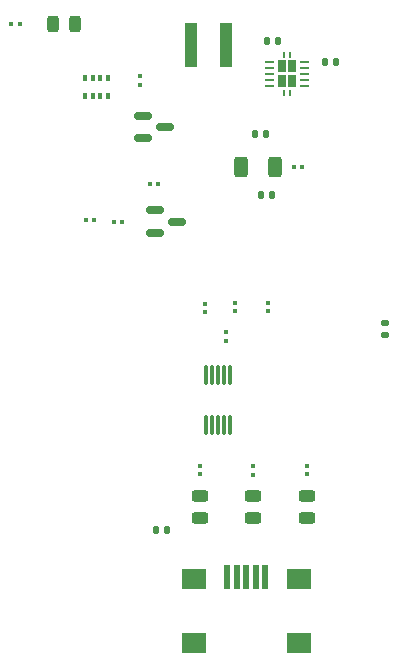
<source format=gtp>
%TF.GenerationSoftware,KiCad,Pcbnew,8.0.1*%
%TF.CreationDate,2024-04-11T19:27:17-06:00*%
%TF.ProjectId,ECE Altitude Project,45434520-416c-4746-9974-756465205072,rev?*%
%TF.SameCoordinates,Original*%
%TF.FileFunction,Paste,Top*%
%TF.FilePolarity,Positive*%
%FSLAX46Y46*%
G04 Gerber Fmt 4.6, Leading zero omitted, Abs format (unit mm)*
G04 Created by KiCad (PCBNEW 8.0.1) date 2024-04-11 19:27:17*
%MOMM*%
%LPD*%
G01*
G04 APERTURE LIST*
G04 Aperture macros list*
%AMRoundRect*
0 Rectangle with rounded corners*
0 $1 Rounding radius*
0 $2 $3 $4 $5 $6 $7 $8 $9 X,Y pos of 4 corners*
0 Add a 4 corners polygon primitive as box body*
4,1,4,$2,$3,$4,$5,$6,$7,$8,$9,$2,$3,0*
0 Add four circle primitives for the rounded corners*
1,1,$1+$1,$2,$3*
1,1,$1+$1,$4,$5*
1,1,$1+$1,$6,$7*
1,1,$1+$1,$8,$9*
0 Add four rect primitives between the rounded corners*
20,1,$1+$1,$2,$3,$4,$5,0*
20,1,$1+$1,$4,$5,$6,$7,0*
20,1,$1+$1,$6,$7,$8,$9,0*
20,1,$1+$1,$8,$9,$2,$3,0*%
G04 Aperture macros list end*
%ADD10R,0.230000X0.230000*%
%ADD11O,0.800000X0.230000*%
%ADD12R,0.680000X1.050000*%
%ADD13R,0.260000X0.500000*%
%ADD14RoundRect,0.087500X0.087500X-0.725000X0.087500X0.725000X-0.087500X0.725000X-0.087500X-0.725000X0*%
%ADD15RoundRect,0.140000X-0.140000X-0.170000X0.140000X-0.170000X0.140000X0.170000X-0.140000X0.170000X0*%
%ADD16RoundRect,0.079500X0.100500X-0.079500X0.100500X0.079500X-0.100500X0.079500X-0.100500X-0.079500X0*%
%ADD17R,1.100000X3.700000*%
%ADD18RoundRect,0.079500X-0.079500X-0.100500X0.079500X-0.100500X0.079500X0.100500X-0.079500X0.100500X0*%
%ADD19R,0.350000X0.500000*%
%ADD20RoundRect,0.150000X-0.587500X-0.150000X0.587500X-0.150000X0.587500X0.150000X-0.587500X0.150000X0*%
%ADD21RoundRect,0.250000X-0.312500X-0.625000X0.312500X-0.625000X0.312500X0.625000X-0.312500X0.625000X0*%
%ADD22RoundRect,0.243750X-0.456250X0.243750X-0.456250X-0.243750X0.456250X-0.243750X0.456250X0.243750X0*%
%ADD23RoundRect,0.140000X0.170000X-0.140000X0.170000X0.140000X-0.170000X0.140000X-0.170000X-0.140000X0*%
%ADD24RoundRect,0.243750X0.243750X0.456250X-0.243750X0.456250X-0.243750X-0.456250X0.243750X-0.456250X0*%
%ADD25RoundRect,0.140000X0.140000X0.170000X-0.140000X0.170000X-0.140000X-0.170000X0.140000X-0.170000X0*%
%ADD26RoundRect,0.079500X0.079500X0.100500X-0.079500X0.100500X-0.079500X-0.100500X0.079500X-0.100500X0*%
%ADD27RoundRect,0.079500X-0.100500X0.079500X-0.100500X-0.079500X0.100500X-0.079500X0.100500X0.079500X0*%
%ADD28R,0.500000X2.000000*%
%ADD29R,2.000000X1.700000*%
G04 APERTURE END LIST*
D10*
%TO.C,U2*%
X116180000Y-71676544D03*
D11*
X116465000Y-71676544D03*
D10*
X116180000Y-72176544D03*
D11*
X116465000Y-72176544D03*
D10*
X116180000Y-72676544D03*
D11*
X116465000Y-72676544D03*
D10*
X116180000Y-73176544D03*
D11*
X116465000Y-73176544D03*
D10*
X116180000Y-73676544D03*
D11*
X116465000Y-73676544D03*
X119415000Y-73676544D03*
D10*
X119700000Y-73676544D03*
D11*
X119415000Y-73176544D03*
D10*
X119700000Y-73176544D03*
D11*
X119415000Y-72676544D03*
D10*
X119700000Y-72676544D03*
D11*
X119415000Y-72176544D03*
D10*
X119700000Y-72176544D03*
D11*
X119415000Y-71676544D03*
D10*
X119700000Y-71676544D03*
D12*
X117490000Y-72041544D03*
X117490000Y-73311544D03*
D13*
X117690000Y-71046544D03*
X117690000Y-74306544D03*
X118190000Y-71046544D03*
X118190000Y-74306544D03*
D12*
X118390000Y-72041544D03*
X118390000Y-73311544D03*
%TD*%
D14*
%TO.C,U3*%
X111100000Y-102425000D03*
X111600000Y-102425000D03*
X112100000Y-102425000D03*
X112600000Y-102425000D03*
X113100000Y-102425000D03*
X113100000Y-98200000D03*
X112600000Y-98200000D03*
X112100000Y-98200000D03*
X111600000Y-98200000D03*
X111100000Y-98200000D03*
%TD*%
D15*
%TO.C,C3*%
X116220000Y-69876544D03*
X117180000Y-69876544D03*
%TD*%
D16*
%TO.C,R13*%
X111000000Y-92850000D03*
X111000000Y-92160000D03*
%TD*%
D17*
%TO.C,L1*%
X112800000Y-70200000D03*
X109800000Y-70200000D03*
%TD*%
D16*
%TO.C,R12*%
X113500000Y-92770000D03*
X113500000Y-92080000D03*
%TD*%
D15*
%TO.C,C1*%
X115200000Y-77776544D03*
X116160000Y-77776544D03*
%TD*%
D18*
%TO.C,R5*%
X103310000Y-85200000D03*
X104000000Y-85200000D03*
%TD*%
D19*
%TO.C,U1*%
X100825000Y-73000000D03*
X101475000Y-73000000D03*
X102125000Y-73000000D03*
X102775000Y-73000000D03*
X102775000Y-74600000D03*
X102125000Y-74600000D03*
X101475000Y-74600000D03*
X100825000Y-74600000D03*
%TD*%
D20*
%TO.C,Q1*%
X105762500Y-76250000D03*
X105762500Y-78150000D03*
X107637500Y-77200000D03*
%TD*%
D16*
%TO.C,R4*%
X110600000Y-106590000D03*
X110600000Y-105900000D03*
%TD*%
%TO.C,R8*%
X105500000Y-73590000D03*
X105500000Y-72900000D03*
%TD*%
D21*
%TO.C,R2*%
X114037500Y-80600000D03*
X116962500Y-80600000D03*
%TD*%
D20*
%TO.C,Q2*%
X106762500Y-84250000D03*
X106762500Y-86150000D03*
X108637500Y-85200000D03*
%TD*%
D22*
%TO.C,D3*%
X115100000Y-108425000D03*
X115100000Y-110300000D03*
%TD*%
D15*
%TO.C,C4*%
X121120000Y-71676544D03*
X122080000Y-71676544D03*
%TD*%
D22*
%TO.C,D2*%
X110600000Y-108425000D03*
X110600000Y-110300000D03*
%TD*%
D23*
%TO.C,C6*%
X126200000Y-94780000D03*
X126200000Y-93820000D03*
%TD*%
D16*
%TO.C,R11*%
X119600000Y-106590000D03*
X119600000Y-105900000D03*
%TD*%
D18*
%TO.C,R7*%
X106335000Y-82000000D03*
X107025000Y-82000000D03*
%TD*%
D22*
%TO.C,D4*%
X119600000Y-108425000D03*
X119600000Y-110300000D03*
%TD*%
D16*
%TO.C,R10*%
X116300000Y-92770000D03*
X116300000Y-92080000D03*
%TD*%
D24*
%TO.C,D1*%
X100000000Y-68500000D03*
X98125000Y-68500000D03*
%TD*%
D18*
%TO.C,R3*%
X94600000Y-68500000D03*
X95290000Y-68500000D03*
%TD*%
D25*
%TO.C,C5*%
X107800000Y-111300000D03*
X106840000Y-111300000D03*
%TD*%
D26*
%TO.C,R6*%
X101625000Y-85100000D03*
X100935000Y-85100000D03*
%TD*%
D27*
%TO.C,RT1*%
X112755000Y-94580000D03*
X112755000Y-95270000D03*
%TD*%
D16*
%TO.C,R9*%
X115100000Y-106615000D03*
X115100000Y-105925000D03*
%TD*%
D15*
%TO.C,C2*%
X115740000Y-82900000D03*
X116700000Y-82900000D03*
%TD*%
D18*
%TO.C,R1*%
X118555000Y-80600000D03*
X119245000Y-80600000D03*
%TD*%
D28*
%TO.C,J6*%
X112900000Y-115325000D03*
X113700000Y-115325000D03*
X114500000Y-115325000D03*
X115300000Y-115325000D03*
X116100000Y-115325000D03*
D29*
X110050000Y-115425000D03*
X110050000Y-120875000D03*
X118950000Y-115425000D03*
X118950000Y-120875000D03*
%TD*%
M02*

</source>
